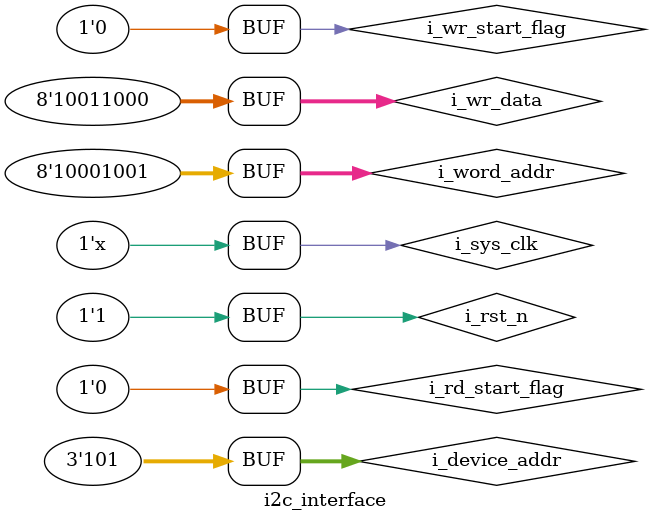
<source format=v>
`timescale 1ns / 1ps


module i2c_interface(
    );
    reg         i_sys_clk;
    reg         i_rst_n;
    reg         i_wr_start_flag;
    reg         i_rd_start_flag;
    reg [2:0]   i_device_addr;
    reg [7:0]   i_word_addr;
    reg [7:0]   i_wr_data;
    
initial begin
    i_sys_clk=0;
    i_rst_n=0;
    i_wr_start_flag=0;
    i_rd_start_flag=0;
    i_device_addr=0;
    i_word_addr=0;
    i_wr_data=0;
    #200
    i_rst_n=1;
    #400
    i_wr_start_flag=1;
    i_device_addr=3'b101;
    i_word_addr=8'h89;
    i_wr_data=8'h98;
    #40
    i_wr_start_flag=0;
    #3000
    i_rd_start_flag=1;
    i_device_addr=3'b101;
    i_word_addr=8'h89;
    i_wr_data=8'h98;
    #40
    i_rd_start_flag=0;
end

iic_1byte_wr_or_rd
i2c_1byte
(
	.i_sys_clk(i_sys_clk)			,
	.i_rst_n(i_rst_n)				,
	
	.i_wr_start_flag(i_wr_start_flag)		,
	.i_rd_start_flag(i_rd_start_flag)		,
	.i_device_addr	(i_device_addr)	,
	.i_word_addr	(i_word_addr)		,
	.i_wr_data	    (i_wr_data)
);
 
always #10 i_sys_clk=~i_sys_clk;
 


endmodule

</source>
